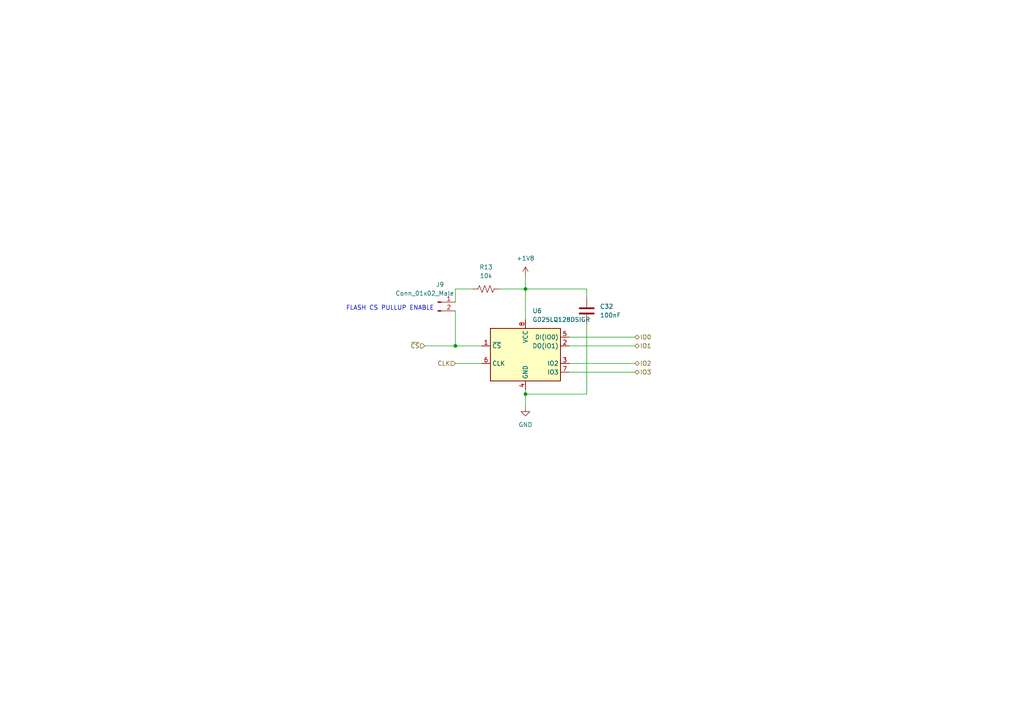
<source format=kicad_sch>
(kicad_sch (version 20230121) (generator eeschema)
  (paper "A4")
  (title_block (title "Main CPU SPI Flash") (rev "A") (company "Matthew Mirvish") (comment 1 "MWatch -- a cool smartwatch"))
  (lib_symbols
    (symbol "Connector:Conn_01x02_Male" (pin_names (offset 1.016) hide)
      (property "Reference" "J" (at 0 2.54 0))
      (property "Value" "Conn_01x02_Male" (at 0 -5.08 0))
      (symbol "Conn_01x02_Male_1_1"
        (polyline (pts (xy 1.27 -2.54) (xy 0.8636 -2.54)) (stroke (width 0.1524)))
        (polyline (pts (xy 1.27 0) (xy 0.8636 0)) (stroke (width 0.1524)))
        (rectangle (start 0.8636 -2.413) (end 0 -2.667) (stroke (width 0.1524)) (fill (type outline)))
        (rectangle (start 0.8636 0.127) (end 0 -0.127) (stroke (width 0.1524)) (fill (type outline)))
        (pin passive line (at 5.08 0 180) (length 3.81) (name "Pin_1") (number "1"))
        (pin passive line (at 5.08 -2.54 180) (length 3.81) (name "Pin_2") (number "2"))
      )
    )
    (symbol "Device:C" (pin_numbers hide) (pin_names (offset 0.254))
      (property "Reference" "C" (at 0.635 2.54 0))
      (property "Value" "C" (at 0.635 -2.54 0))
      (symbol "C_0_1"
        (polyline (pts (xy -2.032 -0.762) (xy 2.032 -0.762)) (stroke (width 0.508)))
        (polyline (pts (xy -2.032 0.762) (xy 2.032 0.762)) (stroke (width 0.508)))
      )
      (symbol "C_1_1"
        (pin passive line (at 0 3.81 270) (length 2.794) (name "~") (number "1"))
        (pin passive line (at 0 -3.81 90) (length 2.794) (name "~") (number "2"))
      )
    )
    (symbol "Device:R_US" (pin_numbers hide) (pin_names (offset 0))
      (property "Reference" "R" (at 2.54 0 90))
      (property "Value" "R_US" (at -2.54 0 90))
      (symbol "R_US_0_1"
        (polyline (pts (xy 0 -2.286) (xy 0 -2.54)))
        (polyline (pts (xy 0 2.286) (xy 0 2.54)))
        (polyline (pts (xy 0 -0.762) (xy 1.016 -1.143) (xy 0 -1.524) (xy -1.016 -1.905) (xy 0 -2.286)))
        (polyline (pts (xy 0 0.762) (xy 1.016 0.381) (xy 0 0) (xy -1.016 -0.381) (xy 0 -0.762)))
        (polyline (pts (xy 0 2.286) (xy 1.016 1.905) (xy 0 1.524) (xy -1.016 1.143) (xy 0 0.762)))
      )
      (symbol "R_US_1_1"
        (pin passive line (at 0 3.81 270) (length 1.27) (name "~") (number "1"))
        (pin passive line (at 0 -3.81 90) (length 1.27) (name "~") (number "2"))
      )
    )
    (symbol "Memory_Flash:W25Q128JVS"
      (property "Reference" "U" (at -8.89 8.89 0))
      (property "Value" "W25Q128JVS" (at 7.62 8.89 0))
      (symbol "W25Q128JVS_0_1"
        (rectangle (start -10.16 7.62) (end 10.16 -7.62) (stroke (width 0.254)) (fill (type background)))
      )
      (symbol "W25Q128JVS_1_1"
        (pin input line (at -12.7 2.54 0) (length 2.54) (name "~{CS}") (number "1"))
        (pin bidirectional line (at 12.7 2.54 180) (length 2.54) (name "DO(IO1)") (number "2"))
        (pin bidirectional line (at 12.7 -2.54 180) (length 2.54) (name "IO2") (number "3"))
        (pin power_in line (at 0 -10.16 90) (length 2.54) (name "GND") (number "4"))
        (pin bidirectional line (at 12.7 5.08 180) (length 2.54) (name "DI(IO0)") (number "5"))
        (pin input line (at -12.7 -2.54 0) (length 2.54) (name "CLK") (number "6"))
        (pin bidirectional line (at 12.7 -5.08 180) (length 2.54) (name "IO3") (number "7"))
        (pin power_in line (at 0 10.16 270) (length 2.54) (name "VCC") (number "8"))
      )
    )
    (symbol "power:+1V8" (power) (pin_names (offset 0))
      (property "Value" "+1V8" (at 0 3.556 0))
      (symbol "+1V8_0_1"
        (polyline (pts (xy -0.762 1.27) (xy 0 2.54)))
        (polyline (pts (xy 0 0) (xy 0 2.54)))
        (polyline (pts (xy 0 2.54) (xy 0.762 1.27)))
      )
      (symbol "+1V8_1_1"
        (pin power_in line (at 0 0 90) (length 0) hide (name "+1V8") (number "1"))
      )
    )
    (symbol "power:GND" (power) (pin_names (offset 0))
      (property "Value" "GND" (at 0 -3.81 0))
      (symbol "GND_0_1"
        (polyline (pts (xy 0 0) (xy 0 -1.27) (xy 1.27 -1.27) (xy 0 -2.54) (xy -1.27 -1.27) (xy 0 -1.27)))
      )
      (symbol "GND_1_1"
        (pin power_in line (at 0 0 270) (length 0) hide (name "GND") (number "1"))
      )
    )
  )
  (junction (at 132.08 100.33))
  (junction (at 152.4 83.82))
  (junction (at 152.4 114.3))
  (wire (pts (xy 152.4 80.01) (xy 152.4 83.82)))
  (wire (pts (xy 152.4 113.03) (xy 152.4 114.3)))
  (wire (pts (xy 170.18 114.3) (xy 152.4 114.3)))
  (wire (pts (xy 132.08 100.33) (xy 139.7 100.33)))
  (wire (pts (xy 152.4 114.3) (xy 152.4 118.11)))
  (wire (pts (xy 144.78 83.82) (xy 152.4 83.82)))
  (wire (pts (xy 132.08 105.41) (xy 139.7 105.41)))
  (wire (pts (xy 152.4 83.82) (xy 152.4 92.71)))
  (wire (pts (xy 165.1 100.33) (xy 184.15 100.33)))
  (wire (pts (xy 132.08 90.17) (xy 132.08 100.33)))
  (wire (pts (xy 123.19 100.33) (xy 132.08 100.33)))
  (wire (pts (xy 165.1 105.41) (xy 184.15 105.41)))
  (wire (pts (xy 165.1 97.79) (xy 184.15 97.79)))
  (wire (pts (xy 152.4 83.82) (xy 170.18 83.82)))
  (wire (pts (xy 137.16 83.82) (xy 132.08 83.82)))
  (wire (pts (xy 170.18 83.82) (xy 170.18 86.36)))
  (wire (pts (xy 132.08 83.82) (xy 132.08 87.63)))
  (wire (pts (xy 170.18 93.98) (xy 170.18 114.3)))
  (wire (pts (xy 165.1 107.95) (xy 184.15 107.95)))
  (text "FLASH CS PULLUP ENABLE" (at 100.33 90.17 0) (effects (font (size 1.27 1.27)) (justify left bottom)))
  (hierarchical_label "~{CS}" (shape input) (at 123.19 100.33 180))
  (hierarchical_label "IO1" (shape bidirectional) (at 184.15 100.33 0))
  (hierarchical_label "CLK" (shape input) (at 132.08 105.41 180))
  (hierarchical_label "IO0" (shape bidirectional) (at 184.15 97.79 0))
  (hierarchical_label "IO3" (shape bidirectional) (at 184.15 107.95 0))
  (hierarchical_label "IO2" (shape bidirectional) (at 184.15 105.41 0))
  (symbol (lib_id "Memory_Flash:W25Q128JVS") (at 152.4 102.87 0) (unit 1)
    (property "Reference" "U6" (at 154.4194 90.17 0) (effects (justify left)))
    (property "Value" "GD25LQ128DSIGR" (at 154.4194 92.71 0) (effects (justify left)))
    (property "Footprint" "Package_SO:SOIC-8_5.23x5.23mm_P1.27mm" (effects hide))
    (property "Datasheet" "http://www.winbond.com/resource-files/w25q128jv_dtr%20revc%2003272018%20plus.pdf" (effects hide))
    (property "MPN" "GD25LQ128DSIGR" (effects hide))
    (property "Description" "IC FLASH 128MBIT SPI/QUAD 8SOP 1.8V" (effects hide))
  )
  (symbol (lib_id "power:GND") (at 152.4 118.11 0) (unit 1)
    (property "Reference" "#PWR034" (effects hide))
    (property "Value" "GND" (at 152.4 123.19 0))
  )
  (symbol (lib_id "Connector:Conn_01x02_Male") (at 127 87.63 0) (unit 1)
    (property "Reference" "J9" (at 127.635 82.55 0))
    (property "Value" "Conn_01x02_Male" (at 123.19 85.09 0))
    (property "Footprint" "Connector_PinHeader_2.54mm:PinHeader_1x02_P2.54mm_Vertical" (effects hide))
    (property "Description" "CONN HEADER VERT 2POS 2.54MM" (effects hide))
  )
  (symbol (lib_id "Device:R_US") (at 140.97 83.82 90) (unit 1)
    (property "Reference" "R13" (at 140.97 77.47 90))
    (property "Value" "10k" (at 140.97 80.01 90))
    (property "Footprint" "Resistor_SMD:R_0201_0603Metric" (effects hide))
    (property "Description" "RES SMD 10KOHM 1% 1/20W 0201" (effects hide))
    (property "MPN" "RC0201FR-0710KL" (effects hide))
  )
  (symbol (lib_id "power:+1V8") (at 152.4 80.01 0) (unit 1)
    (property "Reference" "#PWR033" (effects hide))
    (property "Value" "+1V8" (at 152.4 74.93 0))
  )
  (symbol (lib_id "Device:C") (at 170.18 90.17 0) (unit 1)
    (property "Reference" "C32" (at 173.99 88.8999 0) (effects (justify left)))
    (property "Value" "100nF" (at 173.99 91.4399 0) (effects (justify left)))
    (property "Footprint" "Capacitor_SMD:C_0201_0603Metric" (effects hide))
    (property "Description" "CAP CERM 100nF +/10% 25V X5R 0201" (effects hide))
    (property "MPN" "CC0201KRX5R8BB104" (effects hide))
  )
)
</source>
